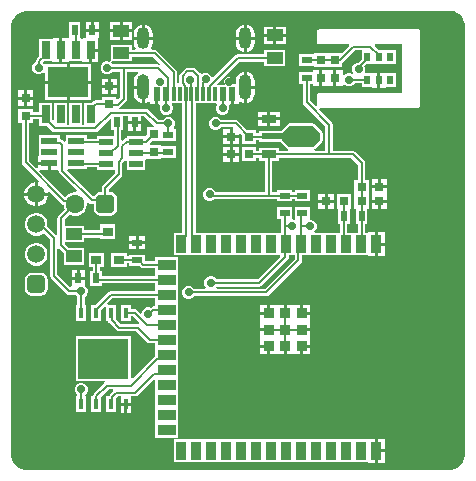
<source format=gbr>
%TF.GenerationSoftware,Altium Limited,Altium Designer,24.5.1 (21)*%
G04 Layer_Physical_Order=1*
G04 Layer_Color=255*
%FSLAX45Y45*%
%MOMM*%
%TF.SameCoordinates,7110B0B7-CB38-4A87-9B7B-E9742E85A3CA*%
%TF.FilePolarity,Positive*%
%TF.FileFunction,Copper,L1,Top,Signal*%
%TF.Part,Single*%
G01*
G75*
%TA.AperFunction,SMDPad,SMDef*%
%ADD10R,0.40000X0.95000*%
%ADD11R,4.30000X3.40000*%
%ADD12R,0.70000X1.52500*%
%ADD13R,3.40200X2.51300*%
%TA.AperFunction,ConnectorPad*%
%ADD14R,0.30000X1.15000*%
%ADD15R,0.60000X1.15000*%
%TA.AperFunction,SMDPad,SMDef*%
%ADD16R,0.80000X0.80000*%
%ADD17R,1.30000X0.70000*%
%ADD18R,1.80000X0.60000*%
%TA.AperFunction,SMDPad,CuDef*%
%ADD19R,0.60000X0.90000*%
%ADD20R,1.35000X1.00000*%
%TA.AperFunction,SMDPad,SMDef*%
%ADD21R,0.80000X0.80000*%
%TA.AperFunction,SMDPad,CuDef*%
%ADD22R,0.90000X0.60000*%
%TA.AperFunction,SMDPad,SMDef*%
%ADD23R,0.50000X0.80000*%
%TA.AperFunction,BGAPad,SMDef*%
%ADD24R,0.90000X0.90000*%
%TA.AperFunction,ConnectorPad*%
%ADD25R,0.90000X1.50000*%
%ADD26R,1.50000X0.90000*%
%TA.AperFunction,SMDPad,SMDef*%
%ADD27R,1.40000X0.60000*%
%ADD28R,0.90000X0.80000*%
%ADD29R,1.20000X0.60000*%
%TA.AperFunction,Conductor*%
%ADD30C,0.20000*%
%ADD31C,0.30000*%
%TA.AperFunction,ComponentPad*%
%ADD32C,1.52000*%
G04:AMPARAMS|DCode=33|XSize=1.52mm|YSize=1.52mm|CornerRadius=0.38mm|HoleSize=0mm|Usage=FLASHONLY|Rotation=90.000|XOffset=0mm|YOffset=0mm|HoleType=Round|Shape=RoundedRectangle|*
%AMROUNDEDRECTD33*
21,1,1.52000,0.76000,0,0,90.0*
21,1,0.76000,1.52000,0,0,90.0*
1,1,0.76000,0.38000,0.38000*
1,1,0.76000,0.38000,-0.38000*
1,1,0.76000,-0.38000,-0.38000*
1,1,0.76000,-0.38000,0.38000*
%
%ADD33ROUNDEDRECTD33*%
G04:AMPARAMS|DCode=34|XSize=1.6mm|YSize=1.6mm|CornerRadius=0.4mm|HoleSize=0mm|Usage=FLASHONLY|Rotation=180.000|XOffset=0mm|YOffset=0mm|HoleType=Round|Shape=RoundedRectangle|*
%AMROUNDEDRECTD34*
21,1,1.60000,0.80000,0,0,180.0*
21,1,0.80000,1.60000,0,0,180.0*
1,1,0.80000,-0.40000,0.40000*
1,1,0.80000,0.40000,0.40000*
1,1,0.80000,0.40000,-0.40000*
1,1,0.80000,-0.40000,-0.40000*
%
%ADD34ROUNDEDRECTD34*%
%ADD35C,1.60000*%
%ADD36O,1.05000X2.15000*%
%ADD37O,1.05000X1.85000*%
%ADD38C,0.70000*%
%TA.AperFunction,ViaPad*%
%ADD39C,0.70000*%
G36*
X17060043Y10108120D02*
X17083157Y10098546D01*
X17103958Y10084648D01*
X17121648Y10066958D01*
X17135545Y10046157D01*
X17145119Y10023044D01*
X17150000Y9998508D01*
Y9986000D01*
Y6357000D01*
X17149998Y6356999D01*
Y6344490D01*
X17145119Y6319955D01*
X17135545Y6296842D01*
X17121646Y6276042D01*
X17103957Y6258352D01*
X17083157Y6244454D01*
X17060043Y6234880D01*
X17035509Y6230000D01*
X17023000Y6230000D01*
X13437000D01*
X13437000Y6230000D01*
X13424490D01*
X13399956Y6234881D01*
X13376843Y6244454D01*
X13356042Y6258353D01*
X13338353Y6276042D01*
X13324454Y6296843D01*
X13314880Y6319955D01*
X13310001Y6344492D01*
Y6357000D01*
Y9979999D01*
X13310001Y9993098D01*
X13315109Y10018794D01*
X13325136Y10042998D01*
X13339691Y10064782D01*
X13358217Y10083308D01*
X13380000Y10097863D01*
X13404205Y10107889D01*
X13429900Y10113000D01*
X13442999Y10113000D01*
X17023000Y10113000D01*
X17035509D01*
X17060043Y10108120D01*
D02*
G37*
%LPC*%
G36*
X14050400Y10020400D02*
X14007700D01*
Y9962700D01*
X14050400D01*
Y10020400D01*
D02*
G37*
G36*
X13982298D02*
X13939600D01*
Y9962700D01*
X13982298D01*
Y10020400D01*
D02*
G37*
G36*
X14332899Y10020400D02*
X14252699D01*
Y9957700D01*
X14332899D01*
Y10020400D01*
D02*
G37*
G36*
X14227299D02*
X14147099D01*
Y9957700D01*
X14227299D01*
Y10020400D01*
D02*
G37*
G36*
X15632899Y9980400D02*
X15552699D01*
Y9917700D01*
X15632899D01*
Y9980400D01*
D02*
G37*
G36*
X15527299D02*
X15447099D01*
Y9917700D01*
X15527299D01*
Y9980400D01*
D02*
G37*
G36*
X14440700Y9996900D02*
Y9892701D01*
X14506572D01*
Y9920000D01*
X14503896Y9940336D01*
X14496045Y9959286D01*
X14483559Y9975559D01*
X14467287Y9988045D01*
X14448335Y9995895D01*
X14440700Y9996900D01*
D02*
G37*
G36*
X14415300D02*
X14407664Y9995895D01*
X14388715Y9988045D01*
X14372441Y9975559D01*
X14359955Y9959286D01*
X14352106Y9940336D01*
X14349428Y9920000D01*
Y9892701D01*
X14415300D01*
Y9996900D01*
D02*
G37*
G36*
X15304700D02*
Y9892701D01*
X15370572D01*
Y9920000D01*
X15367896Y9940336D01*
X15360045Y9959286D01*
X15347559Y9975559D01*
X15331287Y9988045D01*
X15312337Y9995895D01*
X15304700Y9996900D01*
D02*
G37*
G36*
X15279298Y9996900D02*
X15271664Y9995895D01*
X15252715Y9988045D01*
X15236441Y9975559D01*
X15223955Y9959286D01*
X15216106Y9940336D01*
X15213428Y9920000D01*
Y9892701D01*
X15279298D01*
Y9996900D01*
D02*
G37*
G36*
X14332899Y9932300D02*
X14252699D01*
Y9869600D01*
X14332899D01*
Y9932300D01*
D02*
G37*
G36*
X14227299D02*
X14147099D01*
Y9869600D01*
X14227299D01*
Y9932300D01*
D02*
G37*
G36*
X15632899Y9892300D02*
X15552699D01*
Y9829600D01*
X15632899D01*
Y9892300D01*
D02*
G37*
G36*
X15527299D02*
X15447099D01*
Y9829600D01*
X15527299D01*
Y9892300D01*
D02*
G37*
G36*
X15279298Y9867301D02*
X15213428D01*
Y9840000D01*
X15216106Y9819664D01*
X15223955Y9800714D01*
X15236441Y9784441D01*
X15252715Y9771955D01*
X15271664Y9764105D01*
X15279298Y9763100D01*
Y9867301D01*
D02*
G37*
G36*
X15370572D02*
X15304700D01*
Y9763100D01*
X15312337Y9764105D01*
X15331287Y9771955D01*
X15347559Y9784441D01*
X15360045Y9800714D01*
X15367896Y9819664D01*
X15370572Y9840000D01*
Y9867301D01*
D02*
G37*
G36*
X14040900Y9768501D02*
X13993201D01*
Y9679550D01*
X14040900D01*
Y9768501D01*
D02*
G37*
G36*
X13895000Y10015000D02*
X13795000D01*
Y9892195D01*
X13787595Y9883652D01*
X13783189Y9882850D01*
X13739200D01*
Y9781201D01*
Y9679550D01*
X13786900D01*
Y9682295D01*
X13798500Y9684950D01*
X13799600Y9684950D01*
X13907401D01*
X13908501Y9684950D01*
X13920100Y9682295D01*
Y9679550D01*
X13967799D01*
Y9781201D01*
X13980499D01*
Y9793901D01*
X14040900D01*
Y9879600D01*
X14050400D01*
Y9937300D01*
X13995000D01*
X13939600D01*
Y9882850D01*
X13920100D01*
Y9880105D01*
X13908501Y9877450D01*
X13907401Y9877450D01*
X13904573D01*
X13895000Y9885000D01*
Y10015000D01*
D02*
G37*
G36*
X13713800Y9882850D02*
X13666100D01*
Y9880105D01*
X13654500Y9877450D01*
X13653400Y9877450D01*
X13544501D01*
Y9728208D01*
X13526025Y9709733D01*
X13519394Y9699809D01*
X13517065Y9688104D01*
X13517065Y9688103D01*
Y9680032D01*
X13508846Y9676627D01*
X13493375Y9661155D01*
X13485001Y9640940D01*
Y9619060D01*
X13493375Y9598845D01*
X13508846Y9583374D01*
X13529060Y9575000D01*
X13550940D01*
X13571155Y9583374D01*
X13581799Y9594019D01*
X13594501Y9588758D01*
Y9522700D01*
X13777299D01*
Y9661050D01*
X13594501D01*
X13594501Y9661050D01*
X13583244Y9664537D01*
X13578241Y9669540D01*
Y9675434D01*
X13587758Y9684950D01*
X13653400D01*
X13654500Y9684950D01*
X13666100Y9682295D01*
Y9679550D01*
X13713800D01*
Y9781201D01*
Y9882850D01*
D02*
G37*
G36*
X16750000Y9960392D02*
X15920000D01*
X15912196Y9958840D01*
X15905582Y9954419D01*
X15901160Y9947804D01*
X15899608Y9940000D01*
Y9850000D01*
X15901160Y9842196D01*
X15905582Y9835581D01*
X15912196Y9831160D01*
X15920000Y9829608D01*
X16164757D01*
X16169617Y9817875D01*
X16106741Y9755000D01*
X16002699D01*
X15990001Y9755000D01*
Y9755000D01*
X15989999D01*
Y9755000D01*
X15870000D01*
Y9745000D01*
X15745000D01*
Y9645000D01*
X15870000D01*
Y9635000D01*
X15977299D01*
X15989999Y9635000D01*
Y9635000D01*
X15990001D01*
Y9635000D01*
X16110001D01*
Y9673942D01*
X16116629Y9678371D01*
X16217670Y9779412D01*
X16275000D01*
Y9708257D01*
X16241742Y9675000D01*
X16239059D01*
X16218845Y9666627D01*
X16203374Y9651155D01*
X16195000Y9630940D01*
Y9609060D01*
X16203069Y9589580D01*
X16201797Y9586985D01*
X16195140Y9579118D01*
X16180940Y9585000D01*
X16159061D01*
X16138844Y9576627D01*
X16128101Y9565881D01*
X16115401Y9571142D01*
Y9610400D01*
X16062700D01*
Y9545000D01*
Y9479600D01*
X16115401D01*
Y9488858D01*
X16128101Y9494119D01*
X16138844Y9483373D01*
X16159061Y9475000D01*
X16180940D01*
X16201155Y9483373D01*
X16216626Y9498845D01*
X16216861Y9499412D01*
X16275000D01*
Y9465000D01*
X16359137Y9465000D01*
X16369600Y9459600D01*
X16375462Y9459600D01*
X16407300D01*
Y9525000D01*
Y9590400D01*
X16369600D01*
X16359137Y9585000D01*
X16308780Y9585000D01*
X16300294Y9597700D01*
X16305000Y9609060D01*
Y9630940D01*
X16298907Y9645649D01*
X16318259Y9665000D01*
X16364999D01*
X16364999Y9665000D01*
X16375002D01*
Y9665000D01*
X16377699Y9665000D01*
X16462300D01*
X16464999Y9665000D01*
X16475000D01*
X16477699Y9665000D01*
X16564999D01*
Y9785000D01*
X16477699D01*
X16475000Y9785000D01*
X16464999D01*
X16462300Y9785000D01*
X16418259D01*
X16385384Y9817875D01*
X16390244Y9829608D01*
X16619608D01*
Y9420392D01*
X15920000D01*
X15912196Y9418840D01*
X15905582Y9414419D01*
X15901160Y9407804D01*
X15899608Y9400000D01*
Y9311610D01*
X15895811Y9308668D01*
X15887505Y9305754D01*
X15840588Y9352670D01*
Y9495000D01*
X15864600D01*
Y9479600D01*
X15917300D01*
Y9545000D01*
Y9610400D01*
X15864600D01*
Y9595000D01*
X15745000D01*
Y9495000D01*
X15779411D01*
Y9340001D01*
X15779411Y9340000D01*
X15781741Y9328295D01*
X15788371Y9318371D01*
X15969412Y9137330D01*
Y8930588D01*
X15879794D01*
X15875987Y8943288D01*
X15879419Y8945581D01*
X15939420Y9005581D01*
X15943840Y9012196D01*
X15945392Y9020000D01*
Y9079999D01*
X15945392Y9080000D01*
X15943840Y9087804D01*
X15939420Y9094419D01*
X15879419Y9154419D01*
X15872804Y9158840D01*
X15864999Y9160392D01*
X15665001D01*
X15664999Y9160392D01*
X15657198Y9158840D01*
X15650581Y9154419D01*
X15596161Y9100000D01*
X15405000D01*
Y9079838D01*
X15381300D01*
Y9108500D01*
X15304558D01*
X15231429Y9181629D01*
X15221506Y9188259D01*
X15209801Y9190588D01*
X15209799Y9190588D01*
X15086861D01*
X15086626Y9191155D01*
X15071155Y9206626D01*
X15050940Y9215000D01*
X15029060D01*
X15008846Y9206626D01*
X14993373Y9191155D01*
X14985001Y9170940D01*
Y9149060D01*
X14993373Y9128845D01*
X15008846Y9113373D01*
X15029060Y9105000D01*
X15050940D01*
X15071155Y9113373D01*
X15086626Y9128845D01*
X15086861Y9129412D01*
X15188728D01*
X15190617Y9126600D01*
X15184000Y9114183D01*
Y9061200D01*
X15236700D01*
Y9073249D01*
X15248433Y9078109D01*
X15261301Y9065242D01*
Y8988500D01*
X15381300D01*
Y9018662D01*
X15405000D01*
Y9000000D01*
X15596161D01*
X15650581Y8945581D01*
X15654012Y8943288D01*
X15650204Y8930588D01*
X15575000D01*
Y8955000D01*
X15405000D01*
Y8929838D01*
X15381300D01*
Y8958500D01*
X15261301D01*
Y8838500D01*
X15381300D01*
Y8868662D01*
X15405000D01*
Y8845000D01*
X15459412D01*
Y8580588D01*
X15041003D01*
X15036627Y8591155D01*
X15021155Y8606626D01*
X15000940Y8615000D01*
X14979060D01*
X14958846Y8606626D01*
X14943373Y8591155D01*
X14935001Y8570940D01*
Y8549060D01*
X14943373Y8528845D01*
X14958846Y8513373D01*
X14979060Y8505000D01*
X15000940D01*
X15021155Y8513373D01*
X15027194Y8519412D01*
X15560001D01*
Y8500000D01*
X15689999D01*
Y8519412D01*
X15710001D01*
Y8500000D01*
X15839999D01*
Y8600000D01*
X15710001D01*
Y8580588D01*
X15689999D01*
Y8600000D01*
X15560001D01*
Y8580588D01*
X15520589D01*
Y8845000D01*
X15575000D01*
Y8869412D01*
X16187331D01*
X16244414Y8812330D01*
Y8685000D01*
X16214999D01*
Y8565001D01*
X16214999D01*
Y8559999D01*
X16214999D01*
Y8440000D01*
X16225000Y8440000D01*
Y8310000D01*
X16244414D01*
Y8234400D01*
X16155588D01*
Y8310000D01*
X16175000D01*
Y8440000D01*
X16185001Y8440000D01*
Y8560000D01*
X16064999D01*
Y8440000D01*
X16075000Y8440000D01*
Y8310000D01*
X16094412D01*
Y8234400D01*
X15880142D01*
X15874881Y8247100D01*
X15886627Y8258845D01*
X15895000Y8279060D01*
Y8300940D01*
X15886627Y8321155D01*
X15871155Y8336626D01*
X15850940Y8345000D01*
X15850629D01*
X15839999Y8350000D01*
Y8450000D01*
X15710001D01*
Y8354993D01*
X15702107Y8346287D01*
X15700932Y8345735D01*
X15689999Y8351740D01*
Y8450000D01*
X15560001D01*
Y8350000D01*
X15594412D01*
Y8300001D01*
X15594412Y8300000D01*
X15594412Y8299999D01*
Y8234400D01*
X14870589D01*
Y9330000D01*
X15045625D01*
X15051778Y9317300D01*
X15045000Y9300940D01*
Y9279060D01*
X15053374Y9258845D01*
X15068845Y9243373D01*
X15089059Y9235000D01*
X15110941D01*
X15131155Y9243373D01*
X15146626Y9258845D01*
X15155000Y9279060D01*
Y9300940D01*
X15150459Y9311900D01*
X15158946Y9324600D01*
X15167300D01*
Y9407499D01*
X15192700D01*
Y9324600D01*
X15235400D01*
Y9339232D01*
X15248100Y9345495D01*
X15252715Y9341955D01*
X15271664Y9334105D01*
X15279300Y9333100D01*
Y9465000D01*
Y9596900D01*
X15271664Y9595895D01*
X15252715Y9588045D01*
X15236441Y9575559D01*
X15223955Y9559286D01*
X15216106Y9540336D01*
X15213428Y9520000D01*
Y9490400D01*
X15190440D01*
X15181955Y9503100D01*
X15184000Y9508038D01*
Y9521962D01*
X15178671Y9534826D01*
X15168826Y9544672D01*
X15155962Y9550000D01*
X15142038D01*
X15129173Y9544672D01*
X15119328Y9534826D01*
X15114000Y9521962D01*
Y9508038D01*
X15118282Y9497700D01*
X15114600Y9488995D01*
X15111542Y9485000D01*
X15057425D01*
X15052565Y9496733D01*
X15240244Y9684412D01*
X15452499D01*
Y9645000D01*
X15627499D01*
Y9785000D01*
X15452499D01*
Y9745588D01*
X15227576D01*
X15227574Y9745588D01*
X15215868Y9743259D01*
X15205945Y9736629D01*
X15021068Y9551752D01*
X15006088Y9554732D01*
X15001627Y9565504D01*
X14986154Y9580976D01*
X14965939Y9589349D01*
X14944060D01*
X14923843Y9580976D01*
X14909084Y9584175D01*
X14871629Y9621629D01*
X14861705Y9628259D01*
X14850000Y9630588D01*
X14849998Y9630588D01*
X14800002D01*
X14800000Y9630588D01*
X14788295Y9628259D01*
X14778371Y9621629D01*
X14778371Y9621628D01*
X14738371Y9581629D01*
X14731741Y9571705D01*
X14729411Y9560000D01*
X14729411Y9559999D01*
Y9508754D01*
X14716847Y9499675D01*
X14715588Y9500113D01*
Y9594999D01*
X14715588Y9595000D01*
X14713258Y9606705D01*
X14706628Y9616629D01*
X14546629Y9776629D01*
X14536705Y9783259D01*
X14525000Y9785588D01*
X14524998Y9785588D01*
X14498796D01*
X14493179Y9796978D01*
X14496045Y9800714D01*
X14503896Y9819664D01*
X14506572Y9840000D01*
Y9867301D01*
X14428000D01*
X14349428D01*
Y9840000D01*
X14352106Y9819664D01*
X14359955Y9800714D01*
X14362820Y9796978D01*
X14357204Y9785588D01*
X14327499D01*
Y9825000D01*
X14152499D01*
Y9694286D01*
X14152499Y9689816D01*
X14147079Y9685203D01*
X14134596Y9683486D01*
X14130940Y9685000D01*
X14109061D01*
X14088844Y9676627D01*
X14073373Y9661155D01*
X14064999Y9640940D01*
Y9619060D01*
X14073373Y9598845D01*
X14088844Y9583374D01*
X14109061Y9575000D01*
X14130940D01*
X14151155Y9583374D01*
X14166626Y9598845D01*
X14166861Y9599412D01*
X14229411D01*
Y9382670D01*
X14211732Y9364990D01*
X14200000Y9369851D01*
Y9384999D01*
X14080000D01*
Y9355587D01*
X14025450D01*
X14013744Y9353259D01*
X14003821Y9346628D01*
X13992242Y9335050D01*
X13925500D01*
Y9150588D01*
X13908501D01*
Y9335050D01*
X13798500D01*
Y9150588D01*
X13781500D01*
Y9335050D01*
X13671500D01*
Y9194996D01*
X13658800Y9188644D01*
X13654500Y9191868D01*
Y9335050D01*
X13544501D01*
Y9255588D01*
X13489999D01*
Y9285000D01*
X13370000D01*
Y9165000D01*
X13399413D01*
Y8830001D01*
X13399413Y8830000D01*
X13401741Y8818295D01*
X13408371Y8808371D01*
X13544067Y8672675D01*
X13537492Y8661288D01*
X13533350Y8662399D01*
X13532700D01*
Y8573699D01*
X13621400D01*
Y8574348D01*
X13620290Y8578492D01*
X13631676Y8585066D01*
X13737090Y8479653D01*
X13747012Y8473022D01*
X13753000Y8471831D01*
Y8466835D01*
X13759814Y8441402D01*
X13763962Y8434219D01*
X13708371Y8378629D01*
X13701741Y8368705D01*
X13699413Y8357000D01*
X13699413Y8356999D01*
Y8221806D01*
X13686713Y8216545D01*
X13614499Y8288759D01*
X13616000Y8294360D01*
Y8319637D01*
X13609457Y8344053D01*
X13596819Y8365944D01*
X13578944Y8383818D01*
X13557054Y8396456D01*
X13532639Y8402999D01*
X13507361D01*
X13482945Y8396456D01*
X13461055Y8383818D01*
X13443181Y8365944D01*
X13430542Y8344053D01*
X13424001Y8319637D01*
Y8294360D01*
X13430542Y8269944D01*
X13443181Y8248054D01*
X13461055Y8230180D01*
X13482945Y8217541D01*
X13507361Y8210999D01*
X13532639D01*
X13557054Y8217541D01*
X13578944Y8230180D01*
X13582755Y8233989D01*
X13639412Y8177330D01*
Y7870001D01*
X13639412Y7870000D01*
X13641740Y7858294D01*
X13648370Y7848371D01*
X13778371Y7718372D01*
X13778371Y7718371D01*
X13788293Y7711741D01*
X13800000Y7709412D01*
X13800002Y7709412D01*
X13853139D01*
X13853374Y7708845D01*
X13868845Y7693373D01*
X13869162Y7693242D01*
Y7624500D01*
X13859500D01*
Y7489500D01*
X13939500D01*
Y7624500D01*
X13930338D01*
Y7693035D01*
X13931155Y7693373D01*
X13946626Y7708845D01*
X13955000Y7729060D01*
Y7750940D01*
X13946626Y7771155D01*
X13931155Y7786627D01*
X13930400Y7786939D01*
Y7837300D01*
X13819600D01*
Y7781618D01*
X13809193Y7774064D01*
X13700587Y7882670D01*
Y8095694D01*
X13713287Y8100955D01*
X13752499Y8061742D01*
Y7965000D01*
X13927499D01*
Y8105000D01*
X13795758D01*
X13760588Y8140170D01*
Y8155000D01*
X13927499D01*
Y8194412D01*
X14060001D01*
Y8185000D01*
X14189999D01*
Y8305000D01*
X14060001D01*
Y8255588D01*
X13927499D01*
Y8295000D01*
X13760588D01*
Y8344330D01*
X13807219Y8390962D01*
X13814401Y8386815D01*
X13839835Y8380000D01*
X13866165D01*
X13891599Y8386815D01*
X13914401Y8399980D01*
X13933020Y8418599D01*
X13946185Y8441402D01*
X13953000Y8466835D01*
Y8485782D01*
X13965700Y8491042D01*
X13968372Y8488371D01*
X13978294Y8481741D01*
X13989999Y8479413D01*
X14005824D01*
Y8440000D01*
X14010481Y8416589D01*
X14023743Y8396743D01*
X14043588Y8383481D01*
X14067000Y8378825D01*
X14147000D01*
X14170412Y8383481D01*
X14190257Y8396743D01*
X14203519Y8416589D01*
X14208176Y8440000D01*
Y8520000D01*
X14203519Y8543411D01*
X14190257Y8563257D01*
X14170412Y8576519D01*
X14147000Y8581175D01*
X14137589D01*
Y8604330D01*
X14241629Y8708371D01*
X14248259Y8718295D01*
X14250587Y8730000D01*
Y8822330D01*
X14271628Y8843371D01*
X14271629Y8843371D01*
X14272301Y8844376D01*
X14285001Y8840524D01*
Y8765000D01*
X14445000D01*
Y8853482D01*
X14455000Y8860000D01*
X14575000D01*
X14575000Y8865000D01*
X14705000D01*
Y8965000D01*
X14575000D01*
X14575000Y8980000D01*
X14486218D01*
X14480959Y8992700D01*
X14498257Y9010000D01*
X14575000D01*
X14575000Y9015000D01*
X14705000D01*
Y9115000D01*
X14689375D01*
X14684515Y9126733D01*
X14686626Y9128845D01*
X14695000Y9149060D01*
Y9170940D01*
X14686626Y9191155D01*
X14671155Y9206626D01*
X14650940Y9215000D01*
X14629060D01*
X14608846Y9206626D01*
X14593373Y9191155D01*
X14593138Y9190588D01*
X14552670D01*
X14471629Y9271629D01*
X14461705Y9278259D01*
X14450000Y9280588D01*
X14449998Y9280588D01*
X14226134D01*
X14225591Y9281958D01*
X14224020Y9293288D01*
X14231628Y9298371D01*
X14281628Y9348371D01*
X14288258Y9358294D01*
X14290588Y9370000D01*
X14290588Y9370001D01*
Y9599412D01*
X14383487D01*
X14386385Y9593110D01*
X14386977Y9586712D01*
X14372441Y9575559D01*
X14359955Y9559286D01*
X14352106Y9540336D01*
X14349428Y9520000D01*
Y9477701D01*
X14428001D01*
Y9465001D01*
X14440701D01*
Y9333100D01*
X14448335Y9334105D01*
X14467287Y9341955D01*
X14471899Y9345495D01*
X14484599Y9339232D01*
Y9324600D01*
X14527301D01*
Y9407499D01*
X14552701D01*
Y9324600D01*
X14561053D01*
X14569540Y9311900D01*
X14564999Y9300940D01*
Y9279060D01*
X14573373Y9258845D01*
X14588844Y9243373D01*
X14609061Y9235000D01*
X14630940D01*
X14651155Y9243373D01*
X14666626Y9258845D01*
X14675000Y9279060D01*
Y9300940D01*
X14668224Y9317300D01*
X14674374Y9330000D01*
X14754411D01*
Y8234400D01*
X14685001D01*
Y8044400D01*
X15583182D01*
X15588443Y8031700D01*
X15397330Y7840588D01*
X15046861D01*
X15046626Y7841155D01*
X15031155Y7856626D01*
X15010941Y7865000D01*
X14989059D01*
X14968845Y7856626D01*
X14953374Y7841155D01*
X14945000Y7820940D01*
Y7799060D01*
X14953374Y7778845D01*
X14958931Y7773288D01*
X14953670Y7760588D01*
X14856862D01*
X14856627Y7761155D01*
X14841154Y7776627D01*
X14820940Y7785000D01*
X14799060D01*
X14778845Y7776627D01*
X14763374Y7761155D01*
X14755000Y7740940D01*
Y7719060D01*
X14763374Y7698845D01*
X14778845Y7683374D01*
X14799060Y7675000D01*
X14820940D01*
X14841154Y7683374D01*
X14856627Y7698845D01*
X14856862Y7699412D01*
X15470000D01*
X15470000Y7699412D01*
X15481705Y7701741D01*
X15491629Y7708371D01*
X15761629Y7978371D01*
X15761629Y7978371D01*
X15768259Y7988295D01*
X15770589Y8000000D01*
X15770589Y8000001D01*
Y8044400D01*
X16330600D01*
Y8039000D01*
X16388300D01*
Y8139400D01*
Y8239800D01*
X16330600D01*
Y8234400D01*
X16305588D01*
Y8310000D01*
X16325000D01*
Y8440000D01*
X16335001Y8440000D01*
Y8559999D01*
X16335001D01*
Y8565001D01*
X16335001D01*
Y8685000D01*
X16305588D01*
Y8825000D01*
X16303259Y8836705D01*
X16296629Y8846629D01*
X16296628Y8846629D01*
X16221629Y8921629D01*
X16211705Y8928259D01*
X16200000Y8930588D01*
X16199998Y8930588D01*
X16030588D01*
Y9149999D01*
X16030588Y9150000D01*
X16028259Y9161705D01*
X16021629Y9171629D01*
X16021628Y9171629D01*
X15915755Y9277504D01*
X15918668Y9285812D01*
X15921609Y9289608D01*
X16750000D01*
X16757803Y9291160D01*
X16764420Y9295581D01*
X16768840Y9302196D01*
X16770392Y9310000D01*
Y9940000D01*
X16768840Y9947804D01*
X16764420Y9954419D01*
X16757803Y9958840D01*
X16750000Y9960392D01*
D02*
G37*
G36*
X16470399Y9590400D02*
X16464537Y9590400D01*
X16432700D01*
Y9525000D01*
Y9459600D01*
X16470399D01*
X16480862Y9465000D01*
X16564999Y9465000D01*
Y9585000D01*
X16480862Y9585000D01*
X16470399Y9590400D01*
D02*
G37*
G36*
X13985500Y9661050D02*
X13802699D01*
Y9522700D01*
X13985500D01*
Y9661050D01*
D02*
G37*
G36*
X14205400Y9540399D02*
X14152699D01*
Y9487699D01*
X14205400D01*
Y9540399D01*
D02*
G37*
G36*
X14127299D02*
X14074600D01*
Y9487699D01*
X14127299D01*
Y9540399D01*
D02*
G37*
G36*
X16037300Y9610400D02*
X15942700D01*
Y9545000D01*
Y9479600D01*
X16037300D01*
Y9545000D01*
Y9610400D01*
D02*
G37*
G36*
X15304700Y9596900D02*
Y9477700D01*
X15370572D01*
Y9520000D01*
X15367896Y9540336D01*
X15360045Y9559286D01*
X15347559Y9575559D01*
X15331287Y9588045D01*
X15312337Y9595895D01*
X15304700Y9596900D01*
D02*
G37*
G36*
X14205400Y9462299D02*
X14152699D01*
Y9409599D01*
X14205400D01*
Y9462299D01*
D02*
G37*
G36*
X14127299D02*
X14074600D01*
Y9409599D01*
X14127299D01*
Y9462299D01*
D02*
G37*
G36*
X13495399Y9440400D02*
X13442700D01*
Y9387700D01*
X13495399D01*
Y9440400D01*
D02*
G37*
G36*
X13417300D02*
X13364600D01*
Y9387700D01*
X13417300D01*
Y9440400D01*
D02*
G37*
G36*
X13985500Y9497300D02*
X13802699D01*
Y9358950D01*
X13985500D01*
Y9497300D01*
D02*
G37*
G36*
X13777299D02*
X13594501D01*
Y9358950D01*
X13777299D01*
Y9497300D01*
D02*
G37*
G36*
X15370572Y9452300D02*
X15304700D01*
Y9333100D01*
X15312337Y9334105D01*
X15331287Y9341955D01*
X15347559Y9354441D01*
X15360045Y9370714D01*
X15367896Y9389664D01*
X15370572Y9410000D01*
Y9452300D01*
D02*
G37*
G36*
X14415302Y9452301D02*
X14349428D01*
Y9410000D01*
X14352106Y9389664D01*
X14359955Y9370714D01*
X14372441Y9354441D01*
X14388715Y9341955D01*
X14407664Y9334105D01*
X14415302Y9333100D01*
Y9452301D01*
D02*
G37*
G36*
X13495399Y9362300D02*
X13442700D01*
Y9309600D01*
X13495399D01*
Y9362300D01*
D02*
G37*
G36*
X13417300D02*
X13364600D01*
Y9309600D01*
X13417300D01*
Y9362300D01*
D02*
G37*
G36*
X15580400Y9260400D02*
X15502699D01*
Y9212700D01*
X15580400D01*
Y9260400D01*
D02*
G37*
G36*
X15477299D02*
X15399600D01*
Y9212700D01*
X15477299D01*
Y9260400D01*
D02*
G37*
G36*
X15580400Y9187300D02*
X15502699D01*
Y9139600D01*
X15580400D01*
Y9187300D01*
D02*
G37*
G36*
X15477299D02*
X15399600D01*
Y9139600D01*
X15477299D01*
Y9187300D01*
D02*
G37*
G36*
X15158600Y9113900D02*
X15105901D01*
Y9061200D01*
X15158600D01*
Y9113900D01*
D02*
G37*
G36*
X15236700Y9035800D02*
X15184000D01*
Y8983100D01*
X15236700D01*
Y9035800D01*
D02*
G37*
G36*
X15158600D02*
X15105901D01*
Y8983100D01*
X15158600D01*
Y9035800D01*
D02*
G37*
G36*
X15236700Y8963900D02*
X15184000D01*
Y8911200D01*
X15236700D01*
Y8963900D01*
D02*
G37*
G36*
X15158600D02*
X15105901D01*
Y8911200D01*
X15158600D01*
Y8963900D01*
D02*
G37*
G36*
X15236700Y8885800D02*
X15184000D01*
Y8833100D01*
X15236700D01*
Y8885800D01*
D02*
G37*
G36*
X15158600D02*
X15105901D01*
Y8833100D01*
X15158600D01*
Y8885800D01*
D02*
G37*
G36*
X16490401Y8690400D02*
X16437701D01*
Y8637700D01*
X16490401D01*
Y8690400D01*
D02*
G37*
G36*
X16412302D02*
X16359599D01*
Y8637700D01*
X16412302D01*
Y8690400D01*
D02*
G37*
G36*
X13507298Y8662399D02*
X13506650D01*
X13480861Y8655489D01*
X13457739Y8642139D01*
X13438860Y8623260D01*
X13425510Y8600138D01*
X13418600Y8574348D01*
Y8573699D01*
X13507298D01*
Y8662399D01*
D02*
G37*
G36*
X16425002Y8625000D02*
D01*
Y8612300D01*
X16359599D01*
Y8559600D01*
Y8512701D01*
X16425002D01*
X16490401D01*
Y8559600D01*
Y8612300D01*
X16425002D01*
Y8625000D01*
D02*
G37*
G36*
X16040401Y8565400D02*
X15987700D01*
Y8512700D01*
X16040401D01*
Y8565400D01*
D02*
G37*
G36*
X15962300D02*
X15909599D01*
Y8512700D01*
X15962300D01*
Y8565400D01*
D02*
G37*
G36*
X13621400Y8548299D02*
X13532700D01*
Y8459599D01*
X13533350D01*
X13559138Y8466509D01*
X13582262Y8479859D01*
X13601140Y8498738D01*
X13614490Y8521860D01*
X13621400Y8547649D01*
Y8548299D01*
D02*
G37*
G36*
X13507298D02*
X13418600D01*
Y8547649D01*
X13425510Y8521860D01*
X13438860Y8498738D01*
X13457739Y8479859D01*
X13480861Y8466509D01*
X13506650Y8459599D01*
X13507298D01*
Y8548299D01*
D02*
G37*
G36*
X16490401Y8487301D02*
X16437701D01*
Y8434600D01*
X16490401D01*
Y8487301D01*
D02*
G37*
G36*
X16412302D02*
X16359599D01*
Y8434600D01*
X16412302D01*
Y8487301D01*
D02*
G37*
G36*
X16040401Y8487300D02*
X15987700D01*
Y8434600D01*
X16040401D01*
Y8487300D01*
D02*
G37*
G36*
X15962300D02*
X15909599D01*
Y8434600D01*
X15962300D01*
Y8487300D01*
D02*
G37*
G36*
X14445399Y8205400D02*
X14387700D01*
Y8162700D01*
X14445399D01*
Y8205400D01*
D02*
G37*
G36*
X14362300D02*
X14304601D01*
Y8162700D01*
X14362300D01*
Y8205400D01*
D02*
G37*
G36*
X16471400Y8239800D02*
X16413699D01*
Y8152100D01*
X16471400D01*
Y8239800D01*
D02*
G37*
G36*
X14445399Y8137300D02*
X14387700D01*
Y8094600D01*
X14445399D01*
Y8137300D01*
D02*
G37*
G36*
X14362300D02*
X14304601D01*
Y8094600D01*
X14362300D01*
Y8137300D01*
D02*
G37*
G36*
X16471400Y8126700D02*
X16413699D01*
Y8039000D01*
X16471400D01*
Y8126700D01*
D02*
G37*
G36*
X13532639Y8148999D02*
X13507361D01*
X13482945Y8142456D01*
X13461055Y8129818D01*
X13443181Y8111944D01*
X13430542Y8090053D01*
X13424001Y8065637D01*
Y8040360D01*
X13430542Y8015944D01*
X13443181Y7994054D01*
X13461055Y7976180D01*
X13482945Y7963541D01*
X13507361Y7956999D01*
X13532639D01*
X13557054Y7963541D01*
X13578944Y7976180D01*
X13596819Y7994054D01*
X13609457Y8015944D01*
X13616000Y8040360D01*
Y8065637D01*
X13609457Y8090053D01*
X13596819Y8111944D01*
X13578944Y8129818D01*
X13557054Y8142456D01*
X13532639Y8148999D01*
D02*
G37*
G36*
X14285001Y8065000D02*
X14155000D01*
Y7945000D01*
X14285001D01*
Y7974412D01*
X14310001D01*
Y7950000D01*
X14396742D01*
X14405470Y7941272D01*
X14405470Y7941271D01*
X14415395Y7934641D01*
X14427100Y7932312D01*
X14530000D01*
Y7866488D01*
X14075000D01*
Y7915000D01*
X14060588D01*
Y7945000D01*
X14095000D01*
Y8065000D01*
X13964999D01*
Y7945000D01*
X13999413D01*
Y7915000D01*
X13975000D01*
Y7785000D01*
X14075000D01*
Y7805312D01*
X14530000D01*
Y7739488D01*
X14150900D01*
X14150900Y7739488D01*
X14139195Y7737159D01*
X14129271Y7730529D01*
X14023242Y7624500D01*
X13986501D01*
Y7489500D01*
X14066499D01*
Y7581242D01*
X14100800Y7615542D01*
X14113499Y7610282D01*
Y7489500D01*
X14130785D01*
X14132210Y7482338D01*
X14138841Y7472414D01*
X14202882Y7408372D01*
X14202882Y7408371D01*
X14212807Y7401741D01*
X14224512Y7399412D01*
X14224513Y7399412D01*
X14367329D01*
X14460471Y7306271D01*
X14470395Y7299641D01*
X14482100Y7297312D01*
X14482101Y7297312D01*
X14530000D01*
Y7191357D01*
X14524271Y7187529D01*
X14524271Y7187528D01*
X14336732Y6999991D01*
X14325000Y7004851D01*
Y7360000D01*
X13855000D01*
Y6980000D01*
X14097449D01*
X14099382Y6977579D01*
X14098370Y6961629D01*
X14098370Y6961628D01*
X14007155Y6870413D01*
X14000525Y6860489D01*
X13998538Y6850500D01*
X13986501D01*
Y6715500D01*
X14066499D01*
Y6843242D01*
X14132671Y6909412D01*
X14168195D01*
X14173454Y6896712D01*
X14141583Y6864842D01*
X14134953Y6854918D01*
X14134074Y6850500D01*
X14113499D01*
Y6715500D01*
X14193500D01*
Y6791199D01*
X14193800Y6792713D01*
X14193800Y6792714D01*
Y6830543D01*
X14212669Y6849412D01*
X14235100D01*
Y6795700D01*
X14280499D01*
X14325900D01*
Y6849412D01*
X14359999D01*
X14360001Y6849412D01*
X14371706Y6851741D01*
X14381628Y6858371D01*
X14518266Y6995009D01*
X14530000Y6990149D01*
Y6881900D01*
Y6754900D01*
Y6627900D01*
Y6500900D01*
X14720000D01*
Y6627900D01*
Y6754900D01*
Y6881900D01*
Y7008900D01*
Y7135900D01*
Y7262900D01*
Y7389900D01*
Y7516900D01*
Y7643900D01*
Y7770900D01*
Y7897900D01*
Y8027900D01*
X14530000D01*
Y7993488D01*
X14439999D01*
Y8050000D01*
X14310001D01*
Y8035588D01*
X14285001D01*
Y8065000D01*
D02*
G37*
G36*
X13930400Y7920400D02*
X13887700D01*
Y7862700D01*
X13930400D01*
Y7920400D01*
D02*
G37*
G36*
X13862300D02*
X13819600D01*
Y7862700D01*
X13862300D01*
Y7920400D01*
D02*
G37*
G36*
X13558000Y7896135D02*
X13482001D01*
X13459370Y7891634D01*
X13440184Y7878815D01*
X13427365Y7859629D01*
X13422864Y7836999D01*
Y7760999D01*
X13427365Y7738369D01*
X13440184Y7719183D01*
X13459370Y7706364D01*
X13482001Y7701863D01*
X13558000D01*
X13580630Y7706364D01*
X13599815Y7719183D01*
X13612634Y7738369D01*
X13617136Y7760999D01*
Y7836999D01*
X13612634Y7859629D01*
X13599815Y7878815D01*
X13580630Y7891634D01*
X13558000Y7896135D01*
D02*
G37*
G36*
X15839400Y7624800D02*
X15781700D01*
Y7567100D01*
X15839400D01*
Y7624800D01*
D02*
G37*
G36*
X15476300D02*
X15418600D01*
Y7567100D01*
X15476300D01*
Y7624800D01*
D02*
G37*
G36*
X15756300D02*
X15641701D01*
Y7554400D01*
X15616299D01*
Y7624800D01*
X15501700D01*
Y7554400D01*
X15489000D01*
Y7541700D01*
X15418600D01*
Y7484000D01*
Y7427100D01*
X15489000D01*
Y7401700D01*
X15418600D01*
Y7344000D01*
Y7287100D01*
X15489000D01*
Y7274400D01*
X15501700D01*
Y7204000D01*
X15616299D01*
Y7274400D01*
X15641701D01*
Y7204000D01*
X15756300D01*
Y7274400D01*
X15769000D01*
Y7287100D01*
X15839400D01*
Y7344000D01*
Y7401700D01*
X15769000D01*
Y7427100D01*
X15839400D01*
Y7484000D01*
Y7541700D01*
X15769000D01*
Y7554400D01*
X15756300D01*
Y7624800D01*
D02*
G37*
G36*
X15839400Y7261700D02*
X15781700D01*
Y7204000D01*
X15839400D01*
Y7261700D01*
D02*
G37*
G36*
X15476300D02*
X15418600D01*
Y7204000D01*
X15476300D01*
Y7261700D01*
D02*
G37*
G36*
X13910941Y6965000D02*
X13889059D01*
X13868845Y6956626D01*
X13853374Y6941155D01*
X13845000Y6920940D01*
Y6899060D01*
X13853374Y6878845D01*
X13868845Y6863373D01*
X13869162Y6863242D01*
Y6850500D01*
X13859500D01*
Y6715500D01*
X13939500D01*
Y6850500D01*
X13930338D01*
Y6863035D01*
X13931155Y6863373D01*
X13946626Y6878845D01*
X13955000Y6899060D01*
Y6920940D01*
X13946626Y6941155D01*
X13931155Y6956626D01*
X13910941Y6965000D01*
D02*
G37*
G36*
X14325900Y6770300D02*
X14293201D01*
Y6710100D01*
X14325900D01*
Y6770300D01*
D02*
G37*
G36*
X14267799D02*
X14235100D01*
Y6710100D01*
X14267799D01*
Y6770300D01*
D02*
G37*
G36*
X16471400Y6489800D02*
X16413699D01*
Y6402099D01*
X16471400D01*
Y6489800D01*
D02*
G37*
G36*
Y6376699D02*
X16413699D01*
Y6289000D01*
X16471400D01*
Y6376699D01*
D02*
G37*
G36*
X16388300Y6489800D02*
X16330600D01*
Y6484400D01*
X14685001D01*
Y6294400D01*
X16330600D01*
Y6289000D01*
X16388300D01*
Y6389399D01*
Y6489800D01*
D02*
G37*
%LPD*%
G36*
X14570416Y9666326D02*
X14562321Y9656461D01*
X14559628Y9658259D01*
X14547923Y9660588D01*
X14547923Y9660588D01*
X14166861D01*
X14166626Y9661155D01*
X14161600Y9666182D01*
X14157642Y9677515D01*
X14160742Y9685000D01*
X14163205Y9685000D01*
X14327499D01*
Y9724412D01*
X14512331D01*
X14570416Y9666326D01*
D02*
G37*
G36*
X14514043Y9142700D02*
X14508781Y9130000D01*
X14455000D01*
Y9061518D01*
X14445000Y9055000D01*
X14285001D01*
Y9035588D01*
X14285001Y9035588D01*
X14273296Y9033259D01*
X14263371Y9026629D01*
X14263371Y9026628D01*
X14252321Y9015579D01*
X14240588Y9020439D01*
Y9105000D01*
X14255000D01*
Y9219412D01*
X14299600D01*
Y9182699D01*
X14355000D01*
X14410400D01*
Y9219412D01*
X14437331D01*
X14514043Y9142700D01*
D02*
G37*
G36*
X14155000Y9195149D02*
Y9105000D01*
X14179411D01*
Y9055000D01*
X14035001D01*
Y9030588D01*
X13950000D01*
Y9065000D01*
X13770000D01*
Y9011218D01*
X13757300Y9005958D01*
X13746629Y9016629D01*
X13736705Y9023259D01*
X13725000Y9025588D01*
X13720000Y9036359D01*
Y9065000D01*
X13539999D01*
Y8965000D01*
Y8880400D01*
X13534599D01*
Y8837700D01*
X13630000D01*
Y8825000D01*
X13642700D01*
Y8769600D01*
X13701714D01*
X13709412Y8760000D01*
X13711742Y8748295D01*
X13718372Y8738371D01*
X13864043Y8592700D01*
X13858781Y8580000D01*
X13839835D01*
X13814401Y8573185D01*
X13791599Y8560020D01*
X13772981Y8541402D01*
X13763152Y8540107D01*
X13546358Y8756900D01*
X13551617Y8769600D01*
X13617300D01*
Y8812300D01*
X13534599D01*
Y8786618D01*
X13521899Y8781357D01*
X13460588Y8842670D01*
Y9165000D01*
X13489999D01*
Y9194412D01*
X13544501D01*
Y9142550D01*
X13611243D01*
X13655421Y9098372D01*
X13655421Y9098371D01*
X13665344Y9091741D01*
X13677049Y9089412D01*
X13677051Y9089412D01*
X14020000D01*
X14020000Y9089412D01*
X14031705Y9091741D01*
X14041629Y9098371D01*
X14143266Y9200009D01*
X14155000Y9195149D01*
D02*
G37*
G36*
X15925000Y9080000D02*
Y9020000D01*
X15864999Y8960000D01*
X15664999D01*
X15605000Y9020000D01*
Y9080000D01*
X15664999Y9140000D01*
X15864999D01*
X15925000Y9080000D01*
D02*
G37*
G36*
X14035001Y8765000D02*
X14189412D01*
Y8742670D01*
X14085371Y8638629D01*
X14078741Y8628705D01*
X14076411Y8617000D01*
X14076411Y8616999D01*
Y8581175D01*
X14067000D01*
X14043588Y8576519D01*
X14023743Y8563257D01*
X14012778Y8546847D01*
X14000917Y8544881D01*
X13997916Y8545341D01*
X13780959Y8762300D01*
X13786218Y8775000D01*
X13950000D01*
Y8789412D01*
X14035001D01*
Y8765000D01*
D02*
G37*
G36*
X15709412Y8012670D02*
X15457330Y7760588D01*
X15053256D01*
X15046942Y7773288D01*
X15051540Y7779412D01*
X15409999D01*
X15410001Y7779412D01*
X15421706Y7781741D01*
X15431628Y7788371D01*
X15651628Y8008371D01*
X15651630Y8008371D01*
X15658260Y8018295D01*
X15660588Y8030000D01*
X15660588Y8030001D01*
Y8044400D01*
X15709412D01*
Y8012670D01*
D02*
G37*
%LPC*%
G36*
X14410400Y9157299D02*
X14367700D01*
Y9099600D01*
X14410400D01*
Y9157299D01*
D02*
G37*
G36*
X14342300D02*
X14299600D01*
Y9099600D01*
X14342300D01*
Y9157299D01*
D02*
G37*
%LPD*%
G36*
X14530000Y7610588D02*
X14513530D01*
X14501825Y7608259D01*
X14491901Y7601629D01*
X14491074Y7600802D01*
X14480940Y7605000D01*
X14459061D01*
X14438844Y7596626D01*
X14423373Y7581155D01*
X14414999Y7560940D01*
Y7556218D01*
X14402299Y7550958D01*
X14374629Y7578629D01*
X14364706Y7585259D01*
X14353000Y7587588D01*
X14352998Y7587588D01*
X14320500D01*
Y7624500D01*
X14240500D01*
Y7489500D01*
X14320500D01*
Y7526412D01*
X14340331D01*
X14393037Y7473706D01*
X14392644Y7471022D01*
X14380000Y7460588D01*
X14379999Y7460588D01*
X14237183D01*
X14193500Y7504270D01*
Y7624500D01*
X14127718D01*
X14122458Y7637200D01*
X14163570Y7678312D01*
X14530000D01*
Y7610588D01*
D02*
G37*
D10*
X13899500Y6783000D02*
D03*
X14026500D02*
D03*
X14153500D02*
D03*
X14280499D02*
D03*
X13899500Y7557000D02*
D03*
X14026500D02*
D03*
X14153500D02*
D03*
X14280499D02*
D03*
D11*
X14089999Y7170000D02*
D03*
D12*
X13980499Y9781200D02*
D03*
X13853500D02*
D03*
X13726500D02*
D03*
X13599500D02*
D03*
Y9238800D02*
D03*
X13726500D02*
D03*
X13853500D02*
D03*
X13980499D02*
D03*
D13*
X13789999Y9510000D02*
D03*
D14*
X14885001Y9407500D02*
D03*
X14685001D02*
D03*
X14735001D02*
D03*
X14785001D02*
D03*
X14835001D02*
D03*
X15035001D02*
D03*
X14985001D02*
D03*
X14935001D02*
D03*
D15*
X14539999D02*
D03*
X14620000D02*
D03*
X15100000D02*
D03*
X15180000D02*
D03*
D16*
X15171300Y9048500D02*
D03*
X15321300D02*
D03*
X15171300Y8898500D02*
D03*
X15321300D02*
D03*
X16425000Y8500000D02*
D03*
X16275000D02*
D03*
X16425000Y8625000D02*
D03*
X16275000D02*
D03*
X15975000Y8500000D02*
D03*
X16125000D02*
D03*
D17*
X15489999Y9200000D02*
D03*
Y8900000D02*
D03*
D18*
X15514999Y9050000D02*
D03*
D19*
X13845000Y9950000D02*
D03*
X13995000D02*
D03*
X14205000Y9170000D02*
D03*
X14355000D02*
D03*
X14025000Y7850000D02*
D03*
X13875000D02*
D03*
X16275000Y8375000D02*
D03*
X16125000D02*
D03*
D20*
X14239999Y9755000D02*
D03*
Y9945000D02*
D03*
X13839999Y8035000D02*
D03*
Y8225000D02*
D03*
X15539999Y9715000D02*
D03*
Y9905000D02*
D03*
D21*
X13430000Y9375000D02*
D03*
Y9225000D02*
D03*
X14139999Y9474999D02*
D03*
Y9324999D02*
D03*
X16050000Y9545000D02*
D03*
Y9695000D02*
D03*
X15930000Y9545000D02*
D03*
Y9695000D02*
D03*
X14514999Y9070000D02*
D03*
Y8920000D02*
D03*
D22*
X14639999Y9065000D02*
D03*
Y8915000D02*
D03*
X15775000Y8550000D02*
D03*
Y8400000D02*
D03*
X15625000Y8550000D02*
D03*
Y8400000D02*
D03*
X15810001Y9695000D02*
D03*
Y9545000D02*
D03*
X14375000Y8000000D02*
D03*
Y8150000D02*
D03*
D23*
X16520000Y9525000D02*
D03*
X16420000D02*
D03*
X16320000D02*
D03*
Y9725000D02*
D03*
X16420000D02*
D03*
X16520000D02*
D03*
D24*
X15769000Y7274400D02*
D03*
X15628999D02*
D03*
X15489000D02*
D03*
Y7414400D02*
D03*
Y7554400D02*
D03*
X15628999D02*
D03*
X15769000D02*
D03*
Y7414400D02*
D03*
X15628999D02*
D03*
D25*
X16400999Y6389400D02*
D03*
X16274001D02*
D03*
X16147000D02*
D03*
X16020000D02*
D03*
X15892999D02*
D03*
X15766000D02*
D03*
X15639000D02*
D03*
X15512000D02*
D03*
X15385001D02*
D03*
X15258000D02*
D03*
X15131000D02*
D03*
X15003999D02*
D03*
X14877000D02*
D03*
X14750000D02*
D03*
Y8139400D02*
D03*
X14877000D02*
D03*
X15003999D02*
D03*
X15131000D02*
D03*
X15258000D02*
D03*
X15385001D02*
D03*
X15512000D02*
D03*
X15639000D02*
D03*
X15766000D02*
D03*
X15892999D02*
D03*
X16020000D02*
D03*
X16147000D02*
D03*
X16274001D02*
D03*
X16400999D02*
D03*
D26*
X14625000Y6565900D02*
D03*
Y6692900D02*
D03*
Y6819900D02*
D03*
Y6946900D02*
D03*
Y7073900D02*
D03*
Y7200900D02*
D03*
Y7327900D02*
D03*
Y7454900D02*
D03*
Y7581900D02*
D03*
Y7708900D02*
D03*
Y7835900D02*
D03*
Y7962900D02*
D03*
D27*
X13630000Y9015000D02*
D03*
Y8920000D02*
D03*
Y8825000D02*
D03*
X13860001Y9015000D02*
D03*
Y8920000D02*
D03*
Y8825000D02*
D03*
D28*
X14030000Y8005000D02*
D03*
X14220000D02*
D03*
X14125000Y8245000D02*
D03*
D29*
X14114999Y9005000D02*
D03*
Y8910000D02*
D03*
Y8815000D02*
D03*
X14364999D02*
D03*
Y8910000D02*
D03*
Y9005000D02*
D03*
D30*
X14450000Y9250000D02*
X14539999Y9160000D01*
X14639999D01*
X14150000Y9250000D02*
X14450000D01*
X14785001Y8204400D02*
Y9407500D01*
X14750000Y8169400D02*
X14785001Y8204400D01*
X13430000Y8830000D02*
Y9225000D01*
X13758717Y8501282D02*
X13804221D01*
X13825504Y8480000D02*
X13853000D01*
X13430000Y8830000D02*
X13758717Y8501282D01*
X13804221D02*
X13825504Y8480000D01*
X15628999Y7414400D02*
X15769000D01*
X15628999Y7274400D02*
Y7414400D01*
Y7554400D01*
X15489000Y7414400D02*
X15628999D01*
X16205000Y9810000D02*
X16350000D01*
X16095000Y9700000D02*
X16205000Y9810000D01*
X15970000Y9700000D02*
X16095000D01*
X16350000Y9810000D02*
X16420000Y9740000D01*
X16259567Y9649567D02*
X16320000Y9710000D01*
Y9725000D01*
X16259567Y9629567D02*
Y9649567D01*
X16250000Y9620000D02*
X16259567Y9629567D01*
X16170000Y9530000D02*
X16314999D01*
X16320000Y9525000D01*
X15930000Y9700000D02*
X15970000D01*
X15766000Y8290000D02*
Y8391000D01*
Y8139400D02*
Y8290000D01*
X15839999D01*
X15625000Y8300000D02*
Y8400000D01*
Y8153400D02*
Y8300000D01*
X15635001Y8290000D02*
X15689999D01*
X15625000Y8300000D02*
X15635001Y8290000D01*
X16000000Y8900000D02*
X16200000D01*
X15489999D02*
X16000000D01*
Y9150000D01*
X15810001Y9340000D02*
Y9545000D01*
Y9340000D02*
X16000000Y9150000D01*
X15814999Y9700000D02*
X15930000D01*
X15810001Y9695000D02*
X15814999Y9700000D01*
X16420000Y9725000D02*
Y9740000D01*
X14020000Y9120000D02*
X14150000Y9250000D01*
X13677049Y9120000D02*
X14020000D01*
X14639999Y9065000D02*
Y9160000D01*
X13599500Y9197550D02*
X13677049Y9120000D01*
X13599500Y9197550D02*
Y9238800D01*
X13853000Y8477000D02*
Y8480000D01*
X14260001Y9630000D02*
X14547923D01*
X14120000D02*
X14260001D01*
X14547923D02*
X14636000Y9541924D01*
Y9423500D02*
Y9541924D01*
X14620000Y9407500D02*
X14636000Y9423500D01*
X15227574Y9715000D02*
X15539999D01*
X14989999Y9477426D02*
X15227574Y9715000D01*
X14989999Y9412500D02*
Y9477426D01*
X14985001Y9407500D02*
X14989999Y9412500D01*
X14935001Y9507602D02*
X14954999Y9527601D01*
Y9534349D01*
X14525000Y9755000D02*
X14685001Y9595000D01*
Y9407500D02*
Y9595000D01*
X14239999Y9755000D02*
X14525000D01*
X14760001Y9560000D02*
X14800000Y9600000D01*
X14760001Y9500000D02*
X14780000Y9480000D01*
X14760001Y9500000D02*
Y9560000D01*
X14800000Y9600000D02*
X14850000D01*
X14889999Y9466716D02*
Y9560000D01*
X14850000Y9600000D02*
X14889999Y9560000D01*
X14839999Y8216116D02*
Y9407500D01*
X14830000Y9412500D02*
X14835001Y9407500D01*
X14830000Y9412500D02*
Y9525743D01*
X14825000Y9530743D02*
X14830000Y9525743D01*
X14885001Y9407500D02*
X14889999Y9412500D01*
Y9466716D01*
X14889999Y9466716D01*
X14780000Y9412500D02*
Y9480000D01*
Y9412500D02*
X14785001Y9407500D01*
X14935001D02*
Y9507602D01*
X13730000Y8127500D02*
Y8357000D01*
X13853000Y8480000D01*
X14513530Y7580000D02*
X14623100D01*
X14470000Y7550000D02*
X14483530D01*
X14513530Y7580000D01*
X13800000Y7740000D02*
X13900000D01*
X13553001Y8306999D02*
X13670000Y8190000D01*
X13520000Y8306999D02*
X13553001D01*
X13670000Y7870000D02*
X13800000Y7740000D01*
X13670000Y7870000D02*
Y8190000D01*
X13899750Y7739750D02*
X13900000Y7740000D01*
X13899750Y7584750D02*
Y7739750D01*
X13899500Y7584500D02*
X13899750Y7584750D01*
X13989999Y8510000D02*
X14077000D01*
X14107001Y8480000D01*
X13739999Y8760000D02*
X13989999Y8510000D01*
X13739999Y8760000D02*
Y8980000D01*
X13650000Y8995000D02*
X13725000D01*
X13630000Y9015000D02*
X13650000Y8995000D01*
X13725000D02*
X13739999Y8980000D01*
X14250000Y8970000D02*
X14285001Y9005000D01*
X14364999D01*
X14250000Y8865000D02*
Y8970000D01*
X14220000Y8835000D02*
X14250000Y8865000D01*
X14220000Y8730000D02*
Y8835000D01*
X14210001Y8967574D02*
Y9165000D01*
X14187427Y8945000D02*
X14210001Y8967574D01*
X14107001Y8617000D02*
X14220000Y8730000D01*
X14107001Y8480000D02*
Y8617000D01*
X14205000Y9170000D02*
X14210001Y9165000D01*
X14145000Y8910000D02*
X14180000Y8945000D01*
X14187427D01*
X14114999Y8910000D02*
X14145000D01*
X14450000Y9005000D02*
X14514999Y9070000D01*
X14364999Y9005000D02*
X14450000D01*
X14364999Y8910000D02*
X14635001D01*
X14639999Y8915000D01*
X13857864Y9000000D02*
X14138564D01*
X14110851Y8820000D02*
X14125851Y8805000D01*
X13857997Y8820000D02*
X14110851D01*
X13730000Y8127500D02*
X13822501Y8035000D01*
X13839999D01*
X15489999Y8560000D02*
X15489999Y8560000D01*
X14999567Y8550433D02*
X15026283D01*
X15026717Y8550000D02*
X15625000D01*
X14989999Y8560000D02*
X14999567Y8550433D01*
X15026283D02*
X15026717Y8550000D01*
X15489999Y8560000D02*
Y8900000D01*
X15625000Y8550000D02*
X15775000D01*
X15614999Y8560000D02*
X15625000Y8550000D01*
X13899500Y7557000D02*
Y7584500D01*
X13853500Y9781200D02*
Y9950000D01*
X13845000D02*
X13853500D01*
X13839999Y8225000D02*
X14125000D01*
Y8245000D01*
X15322050Y8899250D02*
X15480000D01*
X16275000Y8500000D02*
Y8625000D01*
X16200000Y8900000D02*
X16275000Y8825000D01*
Y8625000D02*
Y8825000D01*
X15630000Y8130400D02*
X15639000Y8139400D01*
X15630000Y8030000D02*
Y8130400D01*
X15410001Y7810000D02*
X15630000Y8030000D01*
X15000000Y7810000D02*
X15410001D01*
X14623100Y7580000D02*
X14625000Y7581900D01*
X14160471Y7494043D02*
Y7550030D01*
X14224512Y7430000D02*
X14380000D01*
X14160471Y7494043D02*
X14224512Y7430000D01*
X14153500Y7557000D02*
X14160471Y7550030D01*
X15739999Y8113400D02*
X15766000Y8139400D01*
X15739999Y8000000D02*
Y8113400D01*
X15470000Y7730000D02*
X15739999Y8000000D01*
X14810001Y7730000D02*
X15470000D01*
X15100000Y9290000D02*
Y9407500D01*
X14620000Y9290000D02*
Y9407500D01*
X14750000Y8139400D02*
Y8169400D01*
X14842000Y8174400D02*
Y8214116D01*
X14839999Y8216116D02*
X14842000Y8214116D01*
Y8174400D02*
X14877000Y8139400D01*
X14260001Y9370000D02*
Y9630000D01*
X14210001Y9320000D02*
X14260001Y9370000D01*
X13547655Y9688104D02*
X13599500Y9739950D01*
Y9781200D01*
X13539999Y9630000D02*
X13547655Y9637654D01*
Y9688104D01*
X14025450Y9324999D02*
X14139999D01*
X13980499Y9280050D02*
X14025450Y9324999D01*
X13980499Y9238800D02*
Y9280050D01*
X14145000Y9320000D02*
X14210001D01*
X14139999Y9324999D02*
X14145000Y9320000D01*
X15209801Y9160000D02*
X15321300Y9048500D01*
X15039999Y9160000D02*
X15209801D01*
X13430000Y9225000D02*
X13585699D01*
X13599500Y9238800D01*
X15322050Y9049250D02*
X15514250D01*
X15321300Y9048500D02*
X15322050Y9049250D01*
X15514250D02*
X15514999Y9050000D01*
X15625000Y8153400D02*
X15639000Y8139400D01*
X15766000Y8391000D02*
X15775000Y8400000D01*
X16125000Y8161400D02*
Y8375000D01*
Y8161400D02*
X16147000Y8139400D01*
X16125000Y8375000D02*
Y8500000D01*
Y8375000D02*
X16125000Y8375000D01*
X16275000D02*
Y8500000D01*
Y8140400D02*
Y8375000D01*
X16274001Y8139400D02*
X16275000Y8140400D01*
X13899750Y6909750D02*
X13900000Y6910000D01*
X13899500Y6783000D02*
X13899750Y6783250D01*
Y6909750D01*
X14026500Y7584500D02*
X14150900Y7708900D01*
X14625000D01*
X14026500Y7557000D02*
Y7584500D01*
X14482100Y7327900D02*
X14625000D01*
X14380000Y7430000D02*
X14482100Y7327900D01*
X14455099Y7454900D02*
X14625000D01*
X14353000Y7557000D02*
X14455099Y7454900D01*
X14280499Y7557000D02*
X14353000D01*
X14163213Y6792713D02*
Y6843213D01*
X14200000Y6880000D02*
X14360001D01*
X14163213Y6843213D02*
X14200000Y6880000D01*
X14153500Y6783000D02*
X14163213Y6792713D01*
X14028784Y6785284D02*
Y6848784D01*
X14120000Y6940000D02*
X14320000D01*
X14028784Y6848784D02*
X14120000Y6940000D01*
X14026500Y6783000D02*
X14028784Y6785284D01*
X14320000Y6940000D02*
X14545900Y7165900D01*
X14360001Y6880000D02*
X14518900Y7038900D01*
X14545900Y7165900D02*
X14589999D01*
X14518900Y7038900D02*
X14589999D01*
Y7165900D02*
X14625000Y7200900D01*
X14589999Y7038900D02*
X14625000Y7073900D01*
X14025000Y7850000D02*
X14030000Y7855000D01*
Y8005000D01*
X14025000Y7850000D02*
X14039101Y7835900D01*
X14625000D01*
X14389999Y8000000D02*
X14427100Y7962900D01*
X14375000Y8000000D02*
X14389999D01*
X14427100Y7962900D02*
X14625000D01*
X14370000Y8005000D02*
X14375000Y8000000D01*
X14220000Y8005000D02*
X14370000D01*
D31*
X13825504Y8480000D02*
X13853000D01*
X15321300Y8898500D02*
X15322050Y8899250D01*
D32*
X13520000Y8560999D02*
D03*
Y8306999D02*
D03*
Y8052999D02*
D03*
D33*
Y7798999D02*
D03*
D34*
X14107001Y8480000D02*
D03*
D35*
X13853000D02*
D03*
D36*
X14428000Y9465000D02*
D03*
X15292000D02*
D03*
D37*
X14428000Y9880000D02*
D03*
X15292000D02*
D03*
D38*
X14571001Y9515000D02*
D03*
X15149001D02*
D03*
D39*
X14510001Y9290000D02*
D03*
X14439999Y9160000D02*
D03*
X15680000Y9900000D02*
D03*
X15670000Y9440000D02*
D03*
X15970000Y8390000D02*
D03*
X13770000Y7890000D02*
D03*
X15060001Y8900000D02*
D03*
Y9040000D02*
D03*
X14100000Y9950000D02*
D03*
X14089999Y9770000D02*
D03*
X13430000Y9490000D02*
D03*
X13500000Y8880000D02*
D03*
X16250000Y9620000D02*
D03*
X16170000Y9530000D02*
D03*
X14954999Y9534349D02*
D03*
X14825000Y9530743D02*
D03*
X14470000Y7550000D02*
D03*
X13900000Y7740000D02*
D03*
X15689999Y8290000D02*
D03*
X15839999D02*
D03*
X14989999Y8560000D02*
D03*
X15000000Y7810000D02*
D03*
X14810001Y7730000D02*
D03*
X15239999Y9290000D02*
D03*
X14620000D02*
D03*
X14639999Y9160000D02*
D03*
X15100000Y9290000D02*
D03*
X13789999Y9510000D02*
D03*
X13539999Y9630000D02*
D03*
X14120000D02*
D03*
X15039999Y9160000D02*
D03*
X16420000Y8370000D02*
D03*
X13900000Y6910000D02*
D03*
X14280000Y6660000D02*
D03*
X14380000Y8260000D02*
D03*
X16430000Y8730000D02*
D03*
X16400000Y7975000D02*
D03*
X15900000Y7425000D02*
D03*
X15625000Y7150000D02*
D03*
X15350000Y7425000D02*
D03*
X15625000Y7700000D02*
D03*
X16400000Y6550000D02*
D03*
%TF.MD5,a19e7b8251bfae594f4a701ea1a0f81b*%
M02*

</source>
